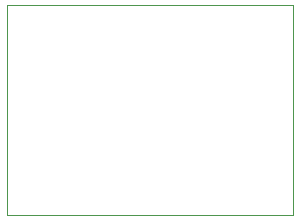
<source format=gm1>
G75*
%MOIN*%
%OFA0B0*%
%FSLAX25Y25*%
%IPPOS*%
%LPD*%
%AMOC8*
5,1,8,0,0,1.08239X$1,22.5*
%
%ADD10C,0.00000*%
D10*
X0006400Y0018983D02*
X0006400Y0088983D01*
X0101650Y0088983D01*
X0101650Y0018983D01*
X0006400Y0018983D01*
M02*

</source>
